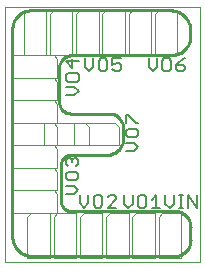
<source format=gto>
G75*
%MOIN*%
%OFA0B0*%
%FSLAX24Y24*%
%IPPOS*%
%LPD*%
%AMOC8*
5,1,8,0,0,1.08239X$1,22.5*
%
%ADD10C,0.0000*%
%ADD11C,0.0100*%
%ADD12C,0.0040*%
%ADD13C,0.0080*%
D10*
X002392Y002517D02*
X002392Y011017D01*
X008892Y011017D01*
X008892Y002517D01*
X002392Y002517D01*
D11*
X003267Y002704D02*
X008042Y002704D01*
X008086Y002706D01*
X008131Y002711D01*
X008174Y002720D01*
X008217Y002733D01*
X008258Y002749D01*
X008298Y002769D01*
X008336Y002792D01*
X008372Y002817D01*
X008406Y002846D01*
X008438Y002878D01*
X008467Y002912D01*
X008492Y002948D01*
X008515Y002986D01*
X008535Y003026D01*
X008551Y003067D01*
X008564Y003110D01*
X008573Y003153D01*
X008578Y003198D01*
X008580Y003242D01*
X008579Y003242D02*
X008579Y003667D01*
X008580Y003667D02*
X008578Y003711D01*
X008573Y003756D01*
X008564Y003799D01*
X008551Y003842D01*
X008535Y003883D01*
X008515Y003923D01*
X008492Y003961D01*
X008467Y003997D01*
X008438Y004031D01*
X008406Y004063D01*
X008372Y004092D01*
X008336Y004117D01*
X008298Y004140D01*
X008258Y004160D01*
X008217Y004176D01*
X008174Y004189D01*
X008131Y004198D01*
X008086Y004203D01*
X008042Y004205D01*
X008042Y004204D02*
X004579Y004204D01*
X004546Y004206D01*
X004514Y004211D01*
X004482Y004219D01*
X004452Y004231D01*
X004423Y004246D01*
X004395Y004264D01*
X004370Y004284D01*
X004346Y004308D01*
X004326Y004333D01*
X004308Y004361D01*
X004293Y004390D01*
X004281Y004420D01*
X004273Y004452D01*
X004268Y004484D01*
X004266Y004517D01*
X004267Y004517D02*
X004267Y005767D01*
X004266Y005767D02*
X004268Y005800D01*
X004273Y005832D01*
X004281Y005864D01*
X004293Y005894D01*
X004308Y005924D01*
X004326Y005951D01*
X004346Y005976D01*
X004370Y006000D01*
X004395Y006020D01*
X004423Y006038D01*
X004452Y006053D01*
X004482Y006065D01*
X004514Y006073D01*
X004546Y006078D01*
X004579Y006080D01*
X004579Y006079D02*
X005792Y006079D01*
X005836Y006081D01*
X005881Y006086D01*
X005924Y006095D01*
X005967Y006108D01*
X006008Y006124D01*
X006048Y006144D01*
X006086Y006167D01*
X006122Y006192D01*
X006156Y006221D01*
X006188Y006253D01*
X006217Y006287D01*
X006242Y006323D01*
X006265Y006361D01*
X006285Y006401D01*
X006301Y006442D01*
X006314Y006485D01*
X006323Y006528D01*
X006328Y006573D01*
X006330Y006617D01*
X006329Y006617D02*
X006329Y006978D01*
X006327Y007019D01*
X006322Y007061D01*
X006313Y007101D01*
X006300Y007141D01*
X006284Y007179D01*
X006265Y007216D01*
X006243Y007251D01*
X006218Y007284D01*
X006190Y007315D01*
X006159Y007343D01*
X006126Y007368D01*
X006091Y007390D01*
X006054Y007409D01*
X006016Y007425D01*
X005976Y007438D01*
X005936Y007447D01*
X005894Y007452D01*
X005853Y007454D01*
X004569Y007454D01*
X004569Y007455D02*
X004531Y007457D01*
X004493Y007463D01*
X004457Y007473D01*
X004421Y007486D01*
X004387Y007504D01*
X004355Y007525D01*
X004325Y007548D01*
X004298Y007575D01*
X004275Y007605D01*
X004254Y007637D01*
X004236Y007671D01*
X004223Y007707D01*
X004213Y007743D01*
X004207Y007781D01*
X004205Y007819D01*
X004204Y007819D02*
X004204Y008991D01*
X004206Y009030D01*
X004212Y009069D01*
X004221Y009107D01*
X004234Y009144D01*
X004251Y009180D01*
X004271Y009213D01*
X004295Y009245D01*
X004321Y009274D01*
X004350Y009300D01*
X004382Y009324D01*
X004415Y009344D01*
X004451Y009361D01*
X004488Y009374D01*
X004526Y009383D01*
X004565Y009389D01*
X004604Y009391D01*
X004604Y009392D02*
X007915Y009392D01*
X007965Y009394D01*
X008014Y009399D01*
X008063Y009409D01*
X008111Y009421D01*
X008158Y009438D01*
X008203Y009458D01*
X008247Y009481D01*
X008289Y009507D01*
X008329Y009537D01*
X008367Y009569D01*
X008402Y009604D01*
X008434Y009642D01*
X008464Y009682D01*
X008490Y009724D01*
X008513Y009768D01*
X008533Y009813D01*
X008550Y009860D01*
X008562Y009908D01*
X008572Y009957D01*
X008577Y010006D01*
X008579Y010056D01*
X008579Y010216D01*
X008577Y010267D01*
X008571Y010317D01*
X008562Y010366D01*
X008549Y010415D01*
X008532Y010463D01*
X008512Y010509D01*
X008488Y010554D01*
X008462Y010597D01*
X008432Y010637D01*
X008399Y010676D01*
X008363Y010712D01*
X008324Y010745D01*
X008284Y010775D01*
X008241Y010801D01*
X008196Y010825D01*
X008150Y010845D01*
X008102Y010862D01*
X008053Y010875D01*
X008004Y010884D01*
X007954Y010890D01*
X007903Y010892D01*
X003267Y010892D01*
X003218Y010890D01*
X003169Y010884D01*
X003121Y010875D01*
X003074Y010861D01*
X003028Y010844D01*
X002983Y010824D01*
X002940Y010800D01*
X002900Y010773D01*
X002861Y010742D01*
X002825Y010709D01*
X002792Y010673D01*
X002761Y010634D01*
X002734Y010594D01*
X002710Y010551D01*
X002690Y010506D01*
X002673Y010460D01*
X002659Y010413D01*
X002650Y010365D01*
X002644Y010316D01*
X002642Y010267D01*
X002642Y003392D01*
X002642Y003391D02*
X002641Y003342D01*
X002644Y003293D01*
X002651Y003244D01*
X002662Y003196D01*
X002676Y003149D01*
X002693Y003103D01*
X002714Y003059D01*
X002738Y003016D01*
X002765Y002975D01*
X002796Y002937D01*
X002829Y002900D01*
X002864Y002866D01*
X002902Y002835D01*
X002943Y002807D01*
X002985Y002782D01*
X003029Y002761D01*
X003075Y002742D01*
X003122Y002727D01*
X003169Y002716D01*
X003218Y002708D01*
X003267Y002704D01*
D12*
X003142Y002642D02*
X003142Y004017D01*
X003267Y004142D01*
X003892Y004142D01*
X003892Y002642D01*
X003142Y002642D01*
X004017Y002642D02*
X004017Y004017D01*
X004142Y004142D01*
X002642Y004142D01*
X002642Y004892D01*
X004017Y004892D01*
X004142Y004767D01*
X004142Y004142D01*
X004767Y004142D01*
X004767Y002642D01*
X004017Y002642D01*
X004892Y002642D02*
X004892Y004017D01*
X005017Y004142D01*
X005642Y004142D01*
X005642Y002642D01*
X004892Y002642D01*
X005767Y002642D02*
X005767Y004017D01*
X005892Y004142D01*
X006517Y004142D01*
X006517Y002642D01*
X005767Y002642D01*
X006642Y002642D02*
X006642Y004017D01*
X006767Y004142D01*
X007392Y004142D01*
X007392Y002642D01*
X006642Y002642D01*
X007517Y002642D02*
X007517Y004017D01*
X007642Y004142D01*
X008267Y004142D01*
X008267Y002642D01*
X007517Y002642D01*
X004142Y004892D02*
X002642Y004892D01*
X002642Y005642D01*
X004017Y005642D01*
X004142Y005517D01*
X004142Y004892D01*
X004142Y005642D02*
X002642Y005642D01*
X002642Y006392D01*
X002642Y007142D01*
X004017Y007142D01*
X004142Y007017D01*
X004142Y006392D01*
X002642Y006392D01*
X004017Y006392D01*
X004142Y006267D01*
X004142Y005642D01*
X003704Y006392D02*
X003704Y007142D01*
X005079Y007142D01*
X005204Y007017D01*
X005204Y006392D01*
X003704Y006392D01*
X004142Y007142D02*
X002642Y007142D01*
X002642Y007892D01*
X004017Y007892D01*
X004142Y007767D01*
X004142Y007142D01*
X004704Y007142D02*
X006079Y007142D01*
X006204Y007017D01*
X006204Y006392D01*
X004704Y006392D01*
X004704Y007142D01*
X004142Y007892D02*
X002642Y007892D01*
X002642Y008642D01*
X004017Y008642D01*
X004142Y008517D01*
X004142Y007892D01*
X004142Y008642D02*
X002642Y008642D01*
X002642Y009392D01*
X004017Y009392D01*
X004142Y009267D01*
X004142Y008642D01*
X003892Y009392D02*
X003892Y010767D01*
X004017Y010892D01*
X004642Y010892D01*
X004642Y009392D01*
X003892Y009392D01*
X003767Y009392D02*
X003017Y009392D01*
X003017Y010767D01*
X003142Y010892D01*
X003767Y010892D01*
X003767Y009392D01*
X004767Y009392D02*
X004767Y010767D01*
X004892Y010892D01*
X005517Y010892D01*
X005517Y009392D01*
X004767Y009392D01*
X005642Y009392D02*
X005642Y010767D01*
X005767Y010892D01*
X006392Y010892D01*
X006392Y009392D01*
X005642Y009392D01*
X006517Y009392D02*
X006517Y010767D01*
X006642Y010892D01*
X007267Y010892D01*
X007267Y009392D01*
X006517Y009392D01*
X007392Y009392D02*
X007392Y010767D01*
X007517Y010892D01*
X008142Y010892D01*
X008142Y009392D01*
X007392Y009392D01*
D13*
X007462Y009290D02*
X007462Y009009D01*
X007322Y008869D01*
X007182Y009009D01*
X007182Y009290D01*
X007642Y009219D02*
X007642Y008939D01*
X007712Y008869D01*
X007852Y008869D01*
X007922Y008939D01*
X007922Y009219D01*
X007852Y009290D01*
X007712Y009290D01*
X007642Y009219D01*
X008102Y009079D02*
X008102Y008939D01*
X008173Y008869D01*
X008313Y008869D01*
X008383Y008939D01*
X008383Y009009D01*
X008313Y009079D01*
X008102Y009079D01*
X008243Y009219D01*
X008383Y009290D01*
X006489Y007408D02*
X006769Y007127D01*
X006839Y007127D01*
X006769Y006947D02*
X006489Y006947D01*
X006419Y006877D01*
X006419Y006737D01*
X006489Y006667D01*
X006769Y006667D01*
X006839Y006737D01*
X006839Y006877D01*
X006769Y006947D01*
X006419Y007127D02*
X006419Y007408D01*
X006489Y007408D01*
X006419Y006487D02*
X006699Y006487D01*
X006839Y006347D01*
X006699Y006207D01*
X006419Y006207D01*
X006025Y004740D02*
X005885Y004740D01*
X005815Y004669D01*
X006025Y004740D02*
X006095Y004669D01*
X006095Y004599D01*
X005815Y004319D01*
X006095Y004319D01*
X006369Y004447D02*
X006509Y004307D01*
X006649Y004447D01*
X006649Y004727D01*
X006830Y004657D02*
X006830Y004377D01*
X006900Y004307D01*
X007040Y004307D01*
X007110Y004377D01*
X007110Y004657D01*
X007040Y004727D01*
X006900Y004727D01*
X006830Y004657D01*
X006369Y004727D02*
X006369Y004447D01*
X005635Y004389D02*
X005565Y004319D01*
X005425Y004319D01*
X005355Y004389D01*
X005355Y004669D01*
X005425Y004740D01*
X005565Y004740D01*
X005635Y004669D01*
X005635Y004389D01*
X005174Y004459D02*
X005174Y004740D01*
X004894Y004740D02*
X004894Y004459D01*
X005034Y004319D01*
X005174Y004459D01*
X004839Y004909D02*
X004699Y005049D01*
X004419Y005049D01*
X004489Y005230D02*
X004769Y005230D01*
X004839Y005300D01*
X004839Y005440D01*
X004769Y005510D01*
X004489Y005510D01*
X004419Y005440D01*
X004419Y005300D01*
X004489Y005230D01*
X004419Y004769D02*
X004699Y004769D01*
X004839Y004909D01*
X004769Y005690D02*
X004839Y005760D01*
X004839Y005900D01*
X004769Y005970D01*
X004699Y005970D01*
X004629Y005900D01*
X004629Y005830D01*
X004629Y005900D02*
X004559Y005970D01*
X004489Y005970D01*
X004419Y005900D01*
X004419Y005760D01*
X004489Y005690D01*
X004431Y008057D02*
X004712Y008057D01*
X004852Y008197D01*
X004712Y008337D01*
X004431Y008337D01*
X004501Y008517D02*
X004782Y008517D01*
X004852Y008587D01*
X004852Y008727D01*
X004782Y008797D01*
X004501Y008797D01*
X004431Y008727D01*
X004431Y008587D01*
X004501Y008517D01*
X004641Y008977D02*
X004641Y009258D01*
X004431Y009188D02*
X004641Y008977D01*
X004431Y009188D02*
X004852Y009188D01*
X005057Y009290D02*
X005057Y009009D01*
X005197Y008869D01*
X005337Y009009D01*
X005337Y009290D01*
X005517Y009219D02*
X005517Y008939D01*
X005587Y008869D01*
X005727Y008869D01*
X005797Y008939D01*
X005797Y009219D01*
X005727Y009290D01*
X005587Y009290D01*
X005517Y009219D01*
X005977Y009290D02*
X005977Y009079D01*
X006118Y009149D01*
X006188Y009149D01*
X006258Y009079D01*
X006258Y008939D01*
X006188Y008869D01*
X006048Y008869D01*
X005977Y008939D01*
X005977Y009290D02*
X006258Y009290D01*
X007430Y004727D02*
X007430Y004307D01*
X007290Y004307D02*
X007570Y004307D01*
X007744Y004447D02*
X007884Y004307D01*
X008024Y004447D01*
X008024Y004727D01*
X008205Y004727D02*
X008345Y004727D01*
X008275Y004727D02*
X008275Y004307D01*
X008205Y004307D02*
X008345Y004307D01*
X008511Y004307D02*
X008511Y004727D01*
X008792Y004307D01*
X008792Y004727D01*
X007744Y004727D02*
X007744Y004447D01*
X007430Y004727D02*
X007290Y004587D01*
M02*

</source>
